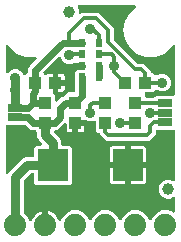
<source format=gbr>
G04 EAGLE Gerber RS-274X export*
G75*
%MOMM*%
%FSLAX34Y34*%
%LPD*%
%INTop Copper*%
%IPPOS*%
%AMOC8*
5,1,8,0,0,1.08239X$1,22.5*%
G01*
%ADD10R,0.600000X0.720000*%
%ADD11C,1.879600*%
%ADD12R,1.100000X1.000000*%
%ADD13R,1.000000X1.100000*%
%ADD14R,1.270000X0.635000*%
%ADD15C,1.000000*%
%ADD16R,2.550000X2.700000*%
%ADD17C,0.889000*%
%ADD18C,0.558800*%
%ADD19C,0.762000*%
%ADD20C,0.304800*%

G36*
X39488Y12716D02*
X39488Y12716D01*
X39607Y12723D01*
X39645Y12736D01*
X39685Y12741D01*
X39796Y12785D01*
X39909Y12821D01*
X39944Y12843D01*
X39981Y12858D01*
X40077Y12928D01*
X40178Y12991D01*
X40206Y13021D01*
X40239Y13045D01*
X40314Y13136D01*
X40396Y13223D01*
X40416Y13258D01*
X40441Y13290D01*
X40492Y13397D01*
X40550Y13502D01*
X40560Y13541D01*
X40577Y13577D01*
X40599Y13694D01*
X40629Y13809D01*
X40633Y13870D01*
X40637Y13890D01*
X40635Y13910D01*
X40639Y13970D01*
X40639Y24385D01*
X40896Y24345D01*
X42683Y23764D01*
X44357Y22911D01*
X45878Y21806D01*
X47206Y20478D01*
X48311Y18957D01*
X49164Y17283D01*
X49315Y16818D01*
X49328Y16791D01*
X49335Y16762D01*
X49395Y16648D01*
X49450Y16530D01*
X49469Y16507D01*
X49483Y16481D01*
X49570Y16385D01*
X49653Y16285D01*
X49677Y16268D01*
X49697Y16246D01*
X49806Y16174D01*
X49910Y16098D01*
X49938Y16087D01*
X49963Y16071D01*
X50086Y16029D01*
X50206Y15981D01*
X50236Y15977D01*
X50264Y15968D01*
X50393Y15957D01*
X50521Y15941D01*
X50551Y15945D01*
X50581Y15942D01*
X50709Y15965D01*
X50837Y15981D01*
X50865Y15992D01*
X50894Y15997D01*
X51012Y16050D01*
X51133Y16098D01*
X51157Y16115D01*
X51184Y16127D01*
X51285Y16208D01*
X51390Y16284D01*
X51409Y16307D01*
X51433Y16326D01*
X51511Y16430D01*
X51593Y16529D01*
X51606Y16556D01*
X51624Y16580D01*
X51695Y16725D01*
X52948Y19750D01*
X56450Y23252D01*
X61024Y25147D01*
X65976Y25147D01*
X70550Y23252D01*
X74052Y19750D01*
X75027Y17395D01*
X75096Y17275D01*
X75161Y17152D01*
X75175Y17137D01*
X75185Y17119D01*
X75282Y17019D01*
X75375Y16916D01*
X75392Y16905D01*
X75406Y16891D01*
X75524Y16818D01*
X75641Y16742D01*
X75660Y16735D01*
X75677Y16724D01*
X75810Y16684D01*
X75942Y16638D01*
X75962Y16637D01*
X75981Y16631D01*
X76120Y16624D01*
X76259Y16613D01*
X76279Y16617D01*
X76299Y16616D01*
X76435Y16644D01*
X76572Y16668D01*
X76591Y16676D01*
X76610Y16680D01*
X76735Y16741D01*
X76862Y16798D01*
X76878Y16811D01*
X76896Y16820D01*
X77002Y16910D01*
X77110Y16997D01*
X77123Y17013D01*
X77138Y17026D01*
X77218Y17140D01*
X77302Y17251D01*
X77314Y17276D01*
X77321Y17286D01*
X77328Y17305D01*
X77373Y17395D01*
X78348Y19750D01*
X81850Y23252D01*
X86424Y25147D01*
X91376Y25147D01*
X95950Y23252D01*
X99452Y19750D01*
X100427Y17395D01*
X100496Y17275D01*
X100561Y17152D01*
X100575Y17137D01*
X100585Y17119D01*
X100682Y17019D01*
X100775Y16916D01*
X100792Y16905D01*
X100806Y16891D01*
X100924Y16818D01*
X101041Y16742D01*
X101060Y16735D01*
X101077Y16724D01*
X101210Y16684D01*
X101342Y16638D01*
X101362Y16637D01*
X101381Y16631D01*
X101520Y16624D01*
X101659Y16613D01*
X101679Y16617D01*
X101699Y16616D01*
X101835Y16644D01*
X101972Y16668D01*
X101991Y16676D01*
X102010Y16680D01*
X102135Y16741D01*
X102262Y16798D01*
X102278Y16811D01*
X102296Y16820D01*
X102402Y16910D01*
X102510Y16997D01*
X102523Y17013D01*
X102538Y17026D01*
X102618Y17140D01*
X102702Y17251D01*
X102714Y17276D01*
X102721Y17286D01*
X102728Y17305D01*
X102773Y17395D01*
X103748Y19750D01*
X107250Y23252D01*
X111824Y25147D01*
X116776Y25147D01*
X121350Y23252D01*
X124852Y19750D01*
X125827Y17395D01*
X125896Y17275D01*
X125961Y17152D01*
X125975Y17137D01*
X125985Y17119D01*
X126082Y17019D01*
X126175Y16916D01*
X126192Y16905D01*
X126206Y16891D01*
X126324Y16818D01*
X126441Y16742D01*
X126460Y16735D01*
X126477Y16724D01*
X126610Y16684D01*
X126742Y16638D01*
X126762Y16637D01*
X126781Y16631D01*
X126920Y16624D01*
X127059Y16613D01*
X127079Y16617D01*
X127099Y16616D01*
X127235Y16644D01*
X127372Y16668D01*
X127391Y16676D01*
X127410Y16680D01*
X127535Y16741D01*
X127662Y16798D01*
X127678Y16811D01*
X127696Y16820D01*
X127802Y16910D01*
X127910Y16997D01*
X127923Y17013D01*
X127938Y17026D01*
X128018Y17140D01*
X128102Y17251D01*
X128114Y17276D01*
X128121Y17286D01*
X128128Y17305D01*
X128173Y17395D01*
X129148Y19750D01*
X132650Y23252D01*
X137224Y25147D01*
X142176Y25147D01*
X146326Y23428D01*
X146374Y23414D01*
X146419Y23393D01*
X146527Y23373D01*
X146633Y23344D01*
X146683Y23343D01*
X146732Y23333D01*
X146841Y23340D01*
X146951Y23339D01*
X146999Y23350D01*
X147049Y23353D01*
X147153Y23387D01*
X147260Y23413D01*
X147304Y23436D01*
X147351Y23451D01*
X147444Y23510D01*
X147541Y23561D01*
X147578Y23595D01*
X147620Y23621D01*
X147695Y23702D01*
X147777Y23775D01*
X147804Y23817D01*
X147838Y23853D01*
X147891Y23949D01*
X147951Y24041D01*
X147968Y24088D01*
X147992Y24132D01*
X148019Y24238D01*
X148055Y24342D01*
X148059Y24391D01*
X148071Y24439D01*
X148081Y24600D01*
X148081Y34988D01*
X148075Y35037D01*
X148077Y35087D01*
X148055Y35195D01*
X148041Y35304D01*
X148023Y35350D01*
X148013Y35398D01*
X147965Y35497D01*
X147924Y35599D01*
X147895Y35639D01*
X147873Y35684D01*
X147802Y35768D01*
X147738Y35857D01*
X147699Y35888D01*
X147667Y35926D01*
X147577Y35989D01*
X147493Y36059D01*
X147448Y36081D01*
X147407Y36109D01*
X147304Y36148D01*
X147205Y36195D01*
X147156Y36204D01*
X147110Y36222D01*
X147000Y36234D01*
X146893Y36255D01*
X146843Y36252D01*
X146794Y36257D01*
X146685Y36242D01*
X146575Y36235D01*
X146528Y36220D01*
X146479Y36213D01*
X146326Y36161D01*
X143841Y35131D01*
X140639Y35131D01*
X137681Y36357D01*
X135417Y38621D01*
X134191Y41579D01*
X134191Y44781D01*
X135417Y47739D01*
X137681Y50003D01*
X140639Y51229D01*
X143841Y51229D01*
X146326Y50199D01*
X146374Y50186D01*
X146419Y50165D01*
X146527Y50144D01*
X146633Y50115D01*
X146683Y50115D01*
X146732Y50105D01*
X146841Y50112D01*
X146951Y50110D01*
X146999Y50122D01*
X147049Y50125D01*
X147153Y50159D01*
X147260Y50184D01*
X147304Y50208D01*
X147351Y50223D01*
X147444Y50282D01*
X147541Y50333D01*
X147578Y50367D01*
X147620Y50393D01*
X147695Y50473D01*
X147777Y50547D01*
X147804Y50589D01*
X147838Y50625D01*
X147891Y50721D01*
X147951Y50813D01*
X147968Y50860D01*
X147992Y50903D01*
X148019Y51010D01*
X148055Y51114D01*
X148059Y51163D01*
X148071Y51211D01*
X148081Y51372D01*
X148081Y92329D01*
X148066Y92447D01*
X148059Y92566D01*
X148046Y92604D01*
X148041Y92645D01*
X147998Y92755D01*
X147961Y92868D01*
X147939Y92903D01*
X147924Y92940D01*
X147855Y93036D01*
X147791Y93137D01*
X147761Y93165D01*
X147738Y93198D01*
X147646Y93274D01*
X147559Y93355D01*
X147524Y93375D01*
X147493Y93400D01*
X147385Y93451D01*
X147281Y93509D01*
X147241Y93519D01*
X147205Y93536D01*
X147088Y93558D01*
X146973Y93588D01*
X146913Y93592D01*
X146893Y93596D01*
X146872Y93594D01*
X146812Y93598D01*
X132842Y93598D01*
X132724Y93583D01*
X132605Y93576D01*
X132567Y93563D01*
X132526Y93558D01*
X132416Y93515D01*
X132303Y93478D01*
X132268Y93456D01*
X132231Y93441D01*
X132135Y93372D01*
X132034Y93308D01*
X132006Y93278D01*
X131973Y93255D01*
X131897Y93163D01*
X131816Y93076D01*
X131796Y93041D01*
X131771Y93010D01*
X131720Y92902D01*
X131662Y92798D01*
X131652Y92758D01*
X131635Y92722D01*
X131613Y92605D01*
X131583Y92490D01*
X131579Y92430D01*
X131575Y92410D01*
X131577Y92389D01*
X131573Y92329D01*
X131573Y89546D01*
X126354Y84327D01*
X89546Y84327D01*
X84327Y89546D01*
X84327Y89632D01*
X84312Y89750D01*
X84305Y89869D01*
X84292Y89907D01*
X84287Y89948D01*
X84244Y90058D01*
X84207Y90171D01*
X84185Y90206D01*
X84170Y90243D01*
X84101Y90339D01*
X84037Y90440D01*
X84007Y90468D01*
X83984Y90501D01*
X83892Y90577D01*
X83805Y90658D01*
X83770Y90678D01*
X83739Y90703D01*
X83631Y90754D01*
X83527Y90812D01*
X83487Y90822D01*
X83451Y90839D01*
X83334Y90861D01*
X83219Y90891D01*
X83159Y90895D01*
X83139Y90899D01*
X83118Y90897D01*
X83058Y90901D01*
X82637Y90901D01*
X80851Y92687D01*
X80851Y99866D01*
X80845Y99915D01*
X80847Y99965D01*
X80825Y100072D01*
X80811Y100181D01*
X80793Y100228D01*
X80783Y100276D01*
X80735Y100375D01*
X80694Y100477D01*
X80665Y100517D01*
X80643Y100562D01*
X80572Y100646D01*
X80508Y100734D01*
X80469Y100766D01*
X80437Y100804D01*
X80347Y100867D01*
X80263Y100937D01*
X80218Y100958D01*
X80177Y100987D01*
X80074Y101026D01*
X79975Y101073D01*
X79926Y101082D01*
X79880Y101100D01*
X79770Y101112D01*
X79663Y101133D01*
X79613Y101129D01*
X79564Y101135D01*
X79455Y101120D01*
X79345Y101113D01*
X79298Y101098D01*
X79249Y101091D01*
X79096Y101039D01*
X77691Y100456D01*
X74709Y100456D01*
X71943Y101602D01*
X71896Y101638D01*
X71824Y101706D01*
X71771Y101735D01*
X71723Y101772D01*
X71633Y101812D01*
X71546Y101860D01*
X71487Y101875D01*
X71432Y101899D01*
X71334Y101914D01*
X71238Y101939D01*
X71138Y101945D01*
X71118Y101949D01*
X71105Y101947D01*
X71077Y101949D01*
X64730Y101949D01*
X64612Y101934D01*
X64493Y101927D01*
X64455Y101914D01*
X64415Y101909D01*
X64304Y101866D01*
X64191Y101829D01*
X64157Y101807D01*
X64119Y101792D01*
X64023Y101723D01*
X63922Y101659D01*
X63894Y101629D01*
X63862Y101606D01*
X63786Y101514D01*
X63704Y101427D01*
X63685Y101392D01*
X63659Y101361D01*
X63608Y101253D01*
X63551Y101149D01*
X63541Y101109D01*
X63523Y101073D01*
X63501Y100956D01*
X63471Y100841D01*
X63467Y100781D01*
X63464Y100761D01*
X63465Y100740D01*
X63461Y100680D01*
X63461Y99489D01*
X62270Y99489D01*
X62152Y99474D01*
X62033Y99467D01*
X61995Y99454D01*
X61954Y99449D01*
X61844Y99405D01*
X61731Y99369D01*
X61696Y99347D01*
X61659Y99332D01*
X61562Y99262D01*
X61462Y99199D01*
X61434Y99169D01*
X61401Y99145D01*
X61325Y99054D01*
X61244Y98967D01*
X61224Y98932D01*
X61199Y98900D01*
X61148Y98793D01*
X61090Y98688D01*
X61080Y98649D01*
X61063Y98613D01*
X61041Y98496D01*
X61011Y98380D01*
X61007Y98320D01*
X61003Y98300D01*
X61005Y98280D01*
X61001Y98220D01*
X61001Y91409D01*
X58166Y91409D01*
X57519Y91582D01*
X56940Y91917D01*
X56467Y92390D01*
X56132Y92969D01*
X55959Y93616D01*
X55959Y97972D01*
X55942Y98110D01*
X55929Y98249D01*
X55922Y98268D01*
X55919Y98288D01*
X55868Y98417D01*
X55821Y98548D01*
X55810Y98565D01*
X55802Y98583D01*
X55721Y98696D01*
X55643Y98811D01*
X55627Y98824D01*
X55616Y98841D01*
X55508Y98929D01*
X55404Y99021D01*
X55386Y99031D01*
X55371Y99044D01*
X55245Y99103D01*
X55121Y99166D01*
X55101Y99170D01*
X55083Y99179D01*
X54947Y99205D01*
X54811Y99236D01*
X54790Y99235D01*
X54771Y99239D01*
X54632Y99230D01*
X54493Y99226D01*
X54473Y99220D01*
X54453Y99219D01*
X54321Y99176D01*
X54187Y99138D01*
X54170Y99127D01*
X54151Y99121D01*
X54033Y99046D01*
X53913Y98976D01*
X53892Y98958D01*
X53882Y98951D01*
X53868Y98936D01*
X53793Y98870D01*
X49420Y94497D01*
X47225Y93588D01*
X47181Y93585D01*
X47143Y93572D01*
X47102Y93567D01*
X46992Y93524D01*
X46879Y93487D01*
X46844Y93465D01*
X46807Y93450D01*
X46711Y93381D01*
X46610Y93317D01*
X46582Y93287D01*
X46549Y93264D01*
X46473Y93172D01*
X46392Y93085D01*
X46372Y93050D01*
X46347Y93019D01*
X46296Y92911D01*
X46238Y92807D01*
X46228Y92767D01*
X46228Y92766D01*
X45978Y92517D01*
X45905Y92422D01*
X45826Y92333D01*
X45808Y92297D01*
X45783Y92265D01*
X45736Y92156D01*
X45682Y92050D01*
X45673Y92011D01*
X45657Y91973D01*
X45638Y91856D01*
X45612Y91740D01*
X45613Y91699D01*
X45607Y91659D01*
X45618Y91541D01*
X45622Y91422D01*
X45633Y91383D01*
X45637Y91343D01*
X45677Y91231D01*
X45710Y91116D01*
X45731Y91082D01*
X45744Y91043D01*
X45811Y90945D01*
X45872Y90842D01*
X45912Y90797D01*
X45923Y90780D01*
X45938Y90767D01*
X45978Y90722D01*
X50315Y86385D01*
X51359Y83864D01*
X51359Y81318D01*
X51374Y81200D01*
X51381Y81081D01*
X51394Y81043D01*
X51399Y81002D01*
X51442Y80892D01*
X51479Y80779D01*
X51501Y80744D01*
X51516Y80707D01*
X51585Y80611D01*
X51649Y80510D01*
X51679Y80482D01*
X51702Y80449D01*
X51794Y80373D01*
X51881Y80292D01*
X51916Y80272D01*
X51947Y80247D01*
X52055Y80196D01*
X52159Y80138D01*
X52199Y80128D01*
X52235Y80111D01*
X52352Y80089D01*
X52467Y80059D01*
X52527Y80055D01*
X52547Y80051D01*
X52568Y80053D01*
X52628Y80049D01*
X58513Y80049D01*
X60299Y78263D01*
X60299Y48737D01*
X58513Y46951D01*
X30487Y46951D01*
X28701Y48737D01*
X28701Y55372D01*
X28686Y55490D01*
X28679Y55609D01*
X28666Y55647D01*
X28661Y55688D01*
X28618Y55798D01*
X28581Y55911D01*
X28559Y55946D01*
X28544Y55983D01*
X28475Y56079D01*
X28411Y56180D01*
X28381Y56208D01*
X28358Y56241D01*
X28266Y56317D01*
X28179Y56398D01*
X28144Y56418D01*
X28113Y56443D01*
X28005Y56494D01*
X27901Y56552D01*
X27861Y56562D01*
X27825Y56579D01*
X27708Y56601D01*
X27593Y56631D01*
X27533Y56635D01*
X27513Y56639D01*
X27492Y56637D01*
X27432Y56641D01*
X26227Y56641D01*
X26129Y56629D01*
X26030Y56626D01*
X25971Y56609D01*
X25911Y56601D01*
X25819Y56565D01*
X25724Y56537D01*
X25672Y56507D01*
X25616Y56484D01*
X25535Y56426D01*
X25450Y56376D01*
X25375Y56310D01*
X25358Y56298D01*
X25350Y56288D01*
X25329Y56270D01*
X19930Y50871D01*
X19870Y50792D01*
X19802Y50720D01*
X19773Y50667D01*
X19736Y50619D01*
X19696Y50529D01*
X19648Y50442D01*
X19633Y50383D01*
X19609Y50328D01*
X19594Y50230D01*
X19569Y50134D01*
X19563Y50034D01*
X19559Y50014D01*
X19561Y50001D01*
X19559Y49973D01*
X19559Y23969D01*
X19571Y23871D01*
X19574Y23772D01*
X19591Y23714D01*
X19599Y23654D01*
X19635Y23562D01*
X19663Y23467D01*
X19693Y23414D01*
X19716Y23358D01*
X19774Y23278D01*
X19824Y23193D01*
X19890Y23117D01*
X19902Y23101D01*
X19912Y23093D01*
X19930Y23072D01*
X23252Y19750D01*
X24505Y16725D01*
X24520Y16699D01*
X24529Y16670D01*
X24599Y16561D01*
X24663Y16448D01*
X24684Y16427D01*
X24700Y16402D01*
X24794Y16313D01*
X24884Y16220D01*
X24910Y16204D01*
X24931Y16184D01*
X25045Y16121D01*
X25155Y16054D01*
X25184Y16045D01*
X25210Y16031D01*
X25335Y15998D01*
X25459Y15960D01*
X25489Y15959D01*
X25518Y15951D01*
X25648Y15951D01*
X25777Y15945D01*
X25806Y15951D01*
X25836Y15951D01*
X25961Y15983D01*
X26088Y16009D01*
X26115Y16022D01*
X26144Y16030D01*
X26257Y16092D01*
X26374Y16149D01*
X26397Y16168D01*
X26423Y16183D01*
X26517Y16271D01*
X26616Y16355D01*
X26633Y16380D01*
X26655Y16400D01*
X26724Y16509D01*
X26799Y16615D01*
X26810Y16643D01*
X26826Y16669D01*
X26885Y16818D01*
X27036Y17283D01*
X27889Y18957D01*
X28994Y20478D01*
X30322Y21806D01*
X31843Y22911D01*
X33517Y23764D01*
X35304Y24345D01*
X35561Y24385D01*
X35561Y13970D01*
X35576Y13852D01*
X35583Y13733D01*
X35596Y13695D01*
X35601Y13655D01*
X35644Y13544D01*
X35681Y13431D01*
X35703Y13397D01*
X35718Y13359D01*
X35788Y13263D01*
X35851Y13162D01*
X35881Y13134D01*
X35904Y13102D01*
X35996Y13026D01*
X36083Y12944D01*
X36118Y12925D01*
X36149Y12899D01*
X36257Y12848D01*
X36361Y12791D01*
X36401Y12780D01*
X36437Y12763D01*
X36554Y12741D01*
X36669Y12711D01*
X36730Y12707D01*
X36750Y12703D01*
X36770Y12705D01*
X36830Y12701D01*
X39370Y12701D01*
X39488Y12716D01*
G37*
G36*
X130009Y120663D02*
X130009Y120663D01*
X130108Y120666D01*
X130166Y120683D01*
X130226Y120691D01*
X130318Y120727D01*
X130413Y120755D01*
X130465Y120785D01*
X130522Y120808D01*
X130602Y120866D01*
X130687Y120916D01*
X130762Y120982D01*
X130779Y120994D01*
X130787Y121004D01*
X130808Y121022D01*
X132087Y122302D01*
X146812Y122302D01*
X146930Y122317D01*
X147049Y122324D01*
X147087Y122337D01*
X147128Y122342D01*
X147238Y122385D01*
X147351Y122422D01*
X147386Y122444D01*
X147423Y122459D01*
X147519Y122528D01*
X147620Y122592D01*
X147648Y122622D01*
X147681Y122645D01*
X147757Y122737D01*
X147838Y122824D01*
X147858Y122859D01*
X147883Y122890D01*
X147934Y122998D01*
X147992Y123102D01*
X148002Y123142D01*
X148019Y123178D01*
X148041Y123295D01*
X148071Y123410D01*
X148075Y123470D01*
X148079Y123490D01*
X148077Y123511D01*
X148081Y123571D01*
X148081Y164363D01*
X148063Y164508D01*
X148048Y164653D01*
X148043Y164666D01*
X148041Y164679D01*
X147988Y164814D01*
X147937Y164951D01*
X147929Y164962D01*
X147924Y164975D01*
X147839Y165092D01*
X147756Y165212D01*
X147745Y165221D01*
X147738Y165232D01*
X147626Y165325D01*
X147515Y165420D01*
X147503Y165426D01*
X147493Y165435D01*
X147361Y165497D01*
X147230Y165562D01*
X147217Y165565D01*
X147205Y165570D01*
X147063Y165598D01*
X146919Y165628D01*
X146906Y165628D01*
X146893Y165630D01*
X146748Y165621D01*
X146602Y165615D01*
X146588Y165611D01*
X146575Y165610D01*
X146437Y165566D01*
X146297Y165524D01*
X146285Y165517D01*
X146273Y165512D01*
X146150Y165435D01*
X146025Y165359D01*
X146015Y165349D01*
X146004Y165342D01*
X145904Y165236D01*
X145802Y165132D01*
X145792Y165117D01*
X145786Y165111D01*
X145778Y165096D01*
X145713Y164998D01*
X144585Y163044D01*
X138478Y157920D01*
X130986Y155193D01*
X123014Y155193D01*
X115522Y157920D01*
X109415Y163044D01*
X105429Y169949D01*
X104045Y177800D01*
X105429Y185651D01*
X109415Y192555D01*
X114282Y196640D01*
X114306Y196666D01*
X114335Y196686D01*
X114414Y196782D01*
X114499Y196873D01*
X114515Y196904D01*
X114538Y196931D01*
X114591Y197044D01*
X114650Y197153D01*
X114658Y197187D01*
X114674Y197219D01*
X114697Y197341D01*
X114727Y197461D01*
X114727Y197497D01*
X114733Y197532D01*
X114726Y197655D01*
X114725Y197779D01*
X114716Y197814D01*
X114714Y197849D01*
X114675Y197967D01*
X114644Y198087D01*
X114626Y198118D01*
X114616Y198151D01*
X114549Y198256D01*
X114489Y198365D01*
X114464Y198390D01*
X114445Y198420D01*
X114355Y198505D01*
X114270Y198595D01*
X114240Y198614D01*
X114214Y198638D01*
X114105Y198698D01*
X114000Y198764D01*
X113966Y198775D01*
X113935Y198792D01*
X113815Y198823D01*
X113697Y198860D01*
X113662Y198862D01*
X113627Y198871D01*
X113467Y198881D01*
X66612Y198881D01*
X66563Y198875D01*
X66513Y198877D01*
X66405Y198855D01*
X66296Y198841D01*
X66250Y198823D01*
X66202Y198813D01*
X66103Y198765D01*
X66001Y198724D01*
X65961Y198695D01*
X65916Y198673D01*
X65832Y198602D01*
X65743Y198538D01*
X65712Y198499D01*
X65674Y198467D01*
X65611Y198377D01*
X65541Y198293D01*
X65519Y198248D01*
X65491Y198207D01*
X65452Y198104D01*
X65405Y198005D01*
X65396Y197956D01*
X65378Y197910D01*
X65366Y197800D01*
X65345Y197693D01*
X65348Y197643D01*
X65343Y197594D01*
X65358Y197485D01*
X65365Y197375D01*
X65380Y197328D01*
X65387Y197279D01*
X65439Y197126D01*
X66469Y194641D01*
X66469Y192840D01*
X66486Y192702D01*
X66499Y192563D01*
X66506Y192544D01*
X66509Y192524D01*
X66560Y192395D01*
X66607Y192264D01*
X66618Y192247D01*
X66626Y192229D01*
X66707Y192116D01*
X66785Y192001D01*
X66801Y191988D01*
X66812Y191971D01*
X66920Y191882D01*
X67024Y191791D01*
X67042Y191781D01*
X67057Y191768D01*
X67183Y191709D01*
X67307Y191646D01*
X67327Y191641D01*
X67345Y191633D01*
X67482Y191607D01*
X67617Y191576D01*
X67638Y191577D01*
X67657Y191573D01*
X67796Y191582D01*
X67935Y191586D01*
X67955Y191592D01*
X67975Y191593D01*
X68107Y191636D01*
X68241Y191674D01*
X68258Y191685D01*
X68277Y191691D01*
X68395Y191765D01*
X68515Y191836D01*
X68536Y191854D01*
X68546Y191861D01*
X68560Y191876D01*
X68635Y191942D01*
X69226Y192533D01*
X83174Y192533D01*
X96013Y179694D01*
X96013Y170060D01*
X96025Y169962D01*
X96028Y169863D01*
X96045Y169804D01*
X96053Y169744D01*
X96089Y169652D01*
X96117Y169557D01*
X96147Y169505D01*
X96170Y169449D01*
X96228Y169369D01*
X96278Y169283D01*
X96344Y169208D01*
X96356Y169191D01*
X96366Y169183D01*
X96384Y169162D01*
X115822Y149724D01*
X115901Y149664D01*
X115973Y149596D01*
X116026Y149567D01*
X116074Y149530D01*
X116165Y149490D01*
X116251Y149442D01*
X116310Y149427D01*
X116365Y149403D01*
X116463Y149388D01*
X116559Y149363D01*
X116659Y149357D01*
X116680Y149353D01*
X116692Y149355D01*
X116720Y149353D01*
X121274Y149353D01*
X127373Y143254D01*
X127373Y142668D01*
X127388Y142550D01*
X127395Y142431D01*
X127408Y142393D01*
X127413Y142352D01*
X127456Y142242D01*
X127493Y142129D01*
X127515Y142094D01*
X127530Y142057D01*
X127599Y141961D01*
X127663Y141860D01*
X127693Y141832D01*
X127716Y141799D01*
X127808Y141723D01*
X127895Y141642D01*
X127930Y141622D01*
X127961Y141597D01*
X128069Y141546D01*
X128173Y141488D01*
X128213Y141478D01*
X128249Y141461D01*
X128366Y141439D01*
X128481Y141409D01*
X128541Y141405D01*
X128561Y141401D01*
X128582Y141403D01*
X128642Y141399D01*
X129563Y141399D01*
X131189Y139772D01*
X131284Y139699D01*
X131373Y139620D01*
X131409Y139602D01*
X131441Y139577D01*
X131550Y139530D01*
X131656Y139476D01*
X131695Y139467D01*
X131733Y139451D01*
X131850Y139432D01*
X131966Y139406D01*
X132007Y139407D01*
X132047Y139401D01*
X132165Y139412D01*
X132284Y139416D01*
X132323Y139427D01*
X132363Y139431D01*
X132475Y139471D01*
X132590Y139504D01*
X132625Y139525D01*
X132663Y139538D01*
X132761Y139605D01*
X132864Y139666D01*
X132898Y139696D01*
X135669Y140844D01*
X138651Y140844D01*
X141405Y139703D01*
X143513Y137595D01*
X144654Y134841D01*
X144654Y131859D01*
X143513Y129105D01*
X141405Y126997D01*
X138651Y125856D01*
X135669Y125856D01*
X132876Y127013D01*
X132801Y127080D01*
X132765Y127098D01*
X132733Y127123D01*
X132624Y127170D01*
X132518Y127224D01*
X132478Y127233D01*
X132441Y127249D01*
X132324Y127268D01*
X132208Y127294D01*
X132167Y127293D01*
X132127Y127299D01*
X132009Y127288D01*
X131890Y127284D01*
X131851Y127273D01*
X131811Y127269D01*
X131698Y127229D01*
X131584Y127196D01*
X131550Y127175D01*
X131511Y127162D01*
X131413Y127095D01*
X131310Y127034D01*
X131265Y126995D01*
X131248Y126983D01*
X131235Y126968D01*
X131189Y126928D01*
X129563Y125301D01*
X123325Y125301D01*
X123187Y125284D01*
X123048Y125271D01*
X123029Y125264D01*
X123009Y125261D01*
X122880Y125210D01*
X122749Y125163D01*
X122732Y125152D01*
X122713Y125144D01*
X122601Y125063D01*
X122486Y124985D01*
X122472Y124969D01*
X122456Y124958D01*
X122367Y124850D01*
X122275Y124746D01*
X122266Y124728D01*
X122253Y124713D01*
X122194Y124587D01*
X122131Y124463D01*
X122126Y124443D01*
X122118Y124425D01*
X122092Y124289D01*
X122061Y124153D01*
X122062Y124132D01*
X122058Y124113D01*
X122066Y123974D01*
X122071Y123835D01*
X122076Y123815D01*
X122078Y123795D01*
X122121Y123663D01*
X122159Y123529D01*
X122169Y123512D01*
X122176Y123493D01*
X122250Y123375D01*
X122321Y123255D01*
X122339Y123234D01*
X122346Y123224D01*
X122349Y123221D01*
X122349Y121920D01*
X122364Y121802D01*
X122371Y121683D01*
X122384Y121645D01*
X122389Y121604D01*
X122432Y121494D01*
X122469Y121381D01*
X122491Y121346D01*
X122506Y121309D01*
X122575Y121213D01*
X122639Y121112D01*
X122669Y121084D01*
X122692Y121051D01*
X122784Y120975D01*
X122871Y120894D01*
X122906Y120874D01*
X122937Y120849D01*
X123045Y120798D01*
X123149Y120740D01*
X123189Y120730D01*
X123225Y120713D01*
X123342Y120691D01*
X123457Y120661D01*
X123517Y120657D01*
X123537Y120653D01*
X123558Y120655D01*
X123618Y120651D01*
X129910Y120651D01*
X130009Y120663D01*
G37*
G36*
X5735Y56157D02*
X5735Y56157D01*
X5825Y56163D01*
X5891Y56184D01*
X5960Y56196D01*
X6042Y56233D01*
X6127Y56261D01*
X6186Y56298D01*
X6250Y56327D01*
X6320Y56383D01*
X6396Y56431D01*
X6444Y56482D01*
X6498Y56525D01*
X6553Y56597D01*
X6614Y56662D01*
X6648Y56723D01*
X6690Y56779D01*
X6761Y56924D01*
X6885Y57225D01*
X18975Y69315D01*
X21496Y70359D01*
X27432Y70359D01*
X27550Y70374D01*
X27669Y70381D01*
X27707Y70394D01*
X27748Y70399D01*
X27858Y70442D01*
X27971Y70479D01*
X28006Y70501D01*
X28043Y70516D01*
X28139Y70585D01*
X28240Y70649D01*
X28268Y70679D01*
X28301Y70702D01*
X28377Y70794D01*
X28458Y70881D01*
X28478Y70916D01*
X28503Y70947D01*
X28554Y71055D01*
X28612Y71159D01*
X28622Y71199D01*
X28639Y71235D01*
X28661Y71352D01*
X28691Y71467D01*
X28695Y71527D01*
X28699Y71547D01*
X28697Y71568D01*
X28701Y71628D01*
X28701Y78263D01*
X30487Y80049D01*
X34187Y80049D01*
X34325Y80066D01*
X34464Y80079D01*
X34483Y80086D01*
X34503Y80089D01*
X34632Y80140D01*
X34763Y80187D01*
X34780Y80198D01*
X34799Y80206D01*
X34911Y80287D01*
X35026Y80365D01*
X35039Y80381D01*
X35056Y80392D01*
X35145Y80500D01*
X35237Y80604D01*
X35246Y80622D01*
X35259Y80637D01*
X35318Y80763D01*
X35381Y80887D01*
X35386Y80907D01*
X35394Y80925D01*
X35420Y81061D01*
X35451Y81197D01*
X35450Y81218D01*
X35454Y81237D01*
X35445Y81376D01*
X35441Y81515D01*
X35436Y81535D01*
X35434Y81555D01*
X35391Y81687D01*
X35353Y81821D01*
X35342Y81838D01*
X35336Y81857D01*
X35262Y81975D01*
X35191Y82095D01*
X35173Y82116D01*
X35166Y82126D01*
X35151Y82140D01*
X35085Y82215D01*
X32285Y85015D01*
X31241Y87536D01*
X31241Y90971D01*
X31229Y91070D01*
X31226Y91169D01*
X31209Y91227D01*
X31201Y91287D01*
X31165Y91379D01*
X31137Y91474D01*
X31107Y91526D01*
X31084Y91583D01*
X31026Y91663D01*
X30976Y91748D01*
X30910Y91823D01*
X30898Y91840D01*
X30888Y91848D01*
X30870Y91869D01*
X29964Y92774D01*
X29931Y92877D01*
X29909Y92912D01*
X29894Y92949D01*
X29825Y93045D01*
X29761Y93146D01*
X29731Y93174D01*
X29708Y93207D01*
X29616Y93283D01*
X29529Y93364D01*
X29494Y93384D01*
X29463Y93409D01*
X29355Y93460D01*
X29251Y93518D01*
X29211Y93528D01*
X29175Y93545D01*
X29058Y93567D01*
X28943Y93597D01*
X28883Y93601D01*
X28863Y93605D01*
X28842Y93603D01*
X28782Y93607D01*
X26388Y93607D01*
X24240Y94497D01*
X21502Y97236D01*
X21423Y97296D01*
X21351Y97364D01*
X21298Y97393D01*
X21250Y97430D01*
X21159Y97470D01*
X21073Y97518D01*
X21014Y97533D01*
X20958Y97557D01*
X20861Y97572D01*
X20765Y97597D01*
X20665Y97603D01*
X20644Y97607D01*
X20632Y97605D01*
X20604Y97607D01*
X5588Y97607D01*
X5470Y97592D01*
X5351Y97585D01*
X5313Y97572D01*
X5272Y97567D01*
X5162Y97524D01*
X5049Y97487D01*
X5014Y97465D01*
X4977Y97450D01*
X4881Y97381D01*
X4780Y97317D01*
X4752Y97287D01*
X4719Y97264D01*
X4643Y97172D01*
X4562Y97085D01*
X4542Y97050D01*
X4517Y97019D01*
X4466Y96911D01*
X4408Y96807D01*
X4398Y96767D01*
X4381Y96731D01*
X4359Y96614D01*
X4329Y96499D01*
X4325Y96439D01*
X4321Y96419D01*
X4323Y96398D01*
X4319Y96338D01*
X4319Y57409D01*
X4327Y57340D01*
X4326Y57270D01*
X4347Y57183D01*
X4359Y57094D01*
X4384Y57029D01*
X4401Y56961D01*
X4443Y56882D01*
X4476Y56798D01*
X4517Y56742D01*
X4549Y56680D01*
X4610Y56614D01*
X4662Y56541D01*
X4716Y56496D01*
X4763Y56445D01*
X4838Y56395D01*
X4907Y56338D01*
X4971Y56308D01*
X5029Y56270D01*
X5114Y56241D01*
X5195Y56203D01*
X5264Y56189D01*
X5330Y56167D01*
X5419Y56160D01*
X5507Y56143D01*
X5577Y56147D01*
X5647Y56142D01*
X5735Y56157D01*
G37*
G36*
X47476Y117178D02*
X47476Y117178D01*
X47615Y117182D01*
X47635Y117188D01*
X47655Y117189D01*
X47787Y117232D01*
X47921Y117270D01*
X47938Y117281D01*
X47957Y117287D01*
X48075Y117362D01*
X48195Y117432D01*
X48216Y117450D01*
X48226Y117457D01*
X48240Y117472D01*
X48315Y117538D01*
X52180Y121403D01*
X54375Y122312D01*
X54419Y122315D01*
X54457Y122328D01*
X54498Y122333D01*
X54608Y122376D01*
X54721Y122413D01*
X54756Y122435D01*
X54793Y122450D01*
X54889Y122519D01*
X54990Y122583D01*
X55018Y122613D01*
X55051Y122636D01*
X55126Y122728D01*
X55208Y122815D01*
X55228Y122850D01*
X55253Y122881D01*
X55304Y122989D01*
X55362Y123093D01*
X55372Y123133D01*
X55372Y123134D01*
X57237Y124999D01*
X62088Y124999D01*
X62206Y125014D01*
X62325Y125021D01*
X62363Y125034D01*
X62404Y125039D01*
X62514Y125082D01*
X62627Y125119D01*
X62662Y125141D01*
X62699Y125156D01*
X62795Y125225D01*
X62896Y125289D01*
X62924Y125319D01*
X62957Y125342D01*
X63033Y125434D01*
X63114Y125521D01*
X63134Y125556D01*
X63159Y125587D01*
X63210Y125695D01*
X63268Y125799D01*
X63278Y125839D01*
X63295Y125875D01*
X63317Y125992D01*
X63347Y126107D01*
X63351Y126167D01*
X63355Y126187D01*
X63353Y126208D01*
X63357Y126268D01*
X63357Y132255D01*
X63345Y132354D01*
X63342Y132453D01*
X63325Y132511D01*
X63317Y132571D01*
X63281Y132663D01*
X63253Y132758D01*
X63223Y132810D01*
X63200Y132867D01*
X63151Y132934D01*
X63151Y142713D01*
X63288Y142849D01*
X63348Y142927D01*
X63416Y142999D01*
X63445Y143052D01*
X63482Y143100D01*
X63522Y143191D01*
X63570Y143278D01*
X63585Y143337D01*
X63609Y143392D01*
X63624Y143490D01*
X63649Y143586D01*
X63655Y143686D01*
X63659Y143706D01*
X63657Y143719D01*
X63659Y143747D01*
X63659Y146051D01*
X68970Y146051D01*
X69088Y146066D01*
X69207Y146073D01*
X69245Y146085D01*
X69285Y146091D01*
X69396Y146134D01*
X69509Y146171D01*
X69543Y146193D01*
X69581Y146208D01*
X69677Y146277D01*
X69778Y146341D01*
X69806Y146371D01*
X69838Y146394D01*
X69914Y146486D01*
X69996Y146573D01*
X70015Y146608D01*
X70041Y146639D01*
X70092Y146747D01*
X70149Y146851D01*
X70159Y146891D01*
X70177Y146927D01*
X70199Y147044D01*
X70229Y147159D01*
X70233Y147219D01*
X70236Y147239D01*
X70235Y147260D01*
X70239Y147320D01*
X70239Y147780D01*
X70224Y147898D01*
X70217Y148017D01*
X70204Y148055D01*
X70199Y148096D01*
X70155Y148206D01*
X70119Y148319D01*
X70097Y148354D01*
X70082Y148391D01*
X70012Y148487D01*
X69949Y148588D01*
X69919Y148616D01*
X69895Y148649D01*
X69804Y148725D01*
X69717Y148806D01*
X69682Y148826D01*
X69650Y148851D01*
X69543Y148902D01*
X69438Y148960D01*
X69399Y148970D01*
X69363Y148987D01*
X69246Y149009D01*
X69130Y149039D01*
X69070Y149043D01*
X69050Y149047D01*
X69030Y149045D01*
X68970Y149049D01*
X63584Y149049D01*
X63543Y149132D01*
X63502Y149235D01*
X63473Y149275D01*
X63451Y149320D01*
X63380Y149403D01*
X63316Y149492D01*
X63277Y149524D01*
X63245Y149562D01*
X63155Y149625D01*
X63071Y149695D01*
X63026Y149716D01*
X62985Y149745D01*
X62882Y149784D01*
X62783Y149830D01*
X62734Y149840D01*
X62688Y149857D01*
X62578Y149870D01*
X62471Y149890D01*
X62421Y149887D01*
X62372Y149893D01*
X62263Y149877D01*
X62153Y149870D01*
X62106Y149855D01*
X62057Y149848D01*
X61904Y149796D01*
X59911Y148970D01*
X56929Y148970D01*
X54175Y150111D01*
X52067Y152219D01*
X51070Y154626D01*
X51046Y154669D01*
X51029Y154715D01*
X50967Y154807D01*
X50913Y154902D01*
X50878Y154937D01*
X50850Y154979D01*
X50768Y155052D01*
X50691Y155130D01*
X50649Y155156D01*
X50612Y155189D01*
X50514Y155239D01*
X50420Y155296D01*
X50373Y155311D01*
X50329Y155334D01*
X50221Y155358D01*
X50116Y155390D01*
X50067Y155392D01*
X50018Y155403D01*
X49908Y155400D01*
X49799Y155405D01*
X49750Y155395D01*
X49700Y155394D01*
X49595Y155363D01*
X49487Y155341D01*
X49443Y155319D01*
X49395Y155305D01*
X49300Y155250D01*
X49202Y155201D01*
X49164Y155169D01*
X49121Y155144D01*
X49000Y155037D01*
X36760Y142797D01*
X36687Y142703D01*
X36608Y142614D01*
X36590Y142578D01*
X36565Y142546D01*
X36517Y142436D01*
X36463Y142330D01*
X36455Y142291D01*
X36438Y142254D01*
X36420Y142136D01*
X36394Y142020D01*
X36395Y141980D01*
X36389Y141940D01*
X36400Y141821D01*
X36403Y141702D01*
X36415Y141663D01*
X36418Y141623D01*
X36459Y141511D01*
X36492Y141397D01*
X36512Y141362D01*
X36526Y141324D01*
X36593Y141225D01*
X36653Y141123D01*
X36693Y141077D01*
X36705Y141061D01*
X36720Y141047D01*
X36760Y141002D01*
X37562Y140200D01*
X37656Y140127D01*
X37745Y140048D01*
X37781Y140030D01*
X37813Y140005D01*
X37922Y139958D01*
X38028Y139903D01*
X38068Y139895D01*
X38105Y139879D01*
X38223Y139860D01*
X38339Y139834D01*
X38379Y139835D01*
X38419Y139829D01*
X38538Y139840D01*
X38656Y139843D01*
X38695Y139855D01*
X38736Y139859D01*
X38848Y139899D01*
X38962Y139932D01*
X38997Y139952D01*
X39035Y139966D01*
X39133Y140033D01*
X39236Y140093D01*
X39281Y140133D01*
X39298Y140145D01*
X39311Y140160D01*
X39357Y140200D01*
X39540Y140383D01*
X40119Y140718D01*
X40766Y140891D01*
X44101Y140891D01*
X44101Y134580D01*
X44116Y134462D01*
X44123Y134343D01*
X44135Y134305D01*
X44141Y134265D01*
X44184Y134154D01*
X44221Y134041D01*
X44243Y134007D01*
X44258Y133969D01*
X44327Y133873D01*
X44391Y133772D01*
X44421Y133744D01*
X44444Y133712D01*
X44536Y133636D01*
X44623Y133554D01*
X44658Y133535D01*
X44689Y133509D01*
X44797Y133458D01*
X44901Y133401D01*
X44941Y133391D01*
X44977Y133373D01*
X45084Y133353D01*
X45054Y133349D01*
X44944Y133305D01*
X44831Y133269D01*
X44796Y133247D01*
X44759Y133232D01*
X44662Y133162D01*
X44562Y133099D01*
X44534Y133069D01*
X44501Y133045D01*
X44425Y132954D01*
X44344Y132867D01*
X44324Y132832D01*
X44299Y132800D01*
X44248Y132693D01*
X44190Y132588D01*
X44180Y132549D01*
X44163Y132513D01*
X44141Y132396D01*
X44111Y132280D01*
X44107Y132220D01*
X44103Y132200D01*
X44105Y132180D01*
X44101Y132120D01*
X44101Y125787D01*
X44113Y125688D01*
X44116Y125589D01*
X44133Y125531D01*
X44141Y125471D01*
X44177Y125379D01*
X44205Y125284D01*
X44235Y125232D01*
X44258Y125175D01*
X44316Y125095D01*
X44366Y125010D01*
X44432Y124935D01*
X44444Y124918D01*
X44454Y124910D01*
X44472Y124889D01*
X46149Y123213D01*
X46149Y118436D01*
X46166Y118298D01*
X46179Y118159D01*
X46186Y118140D01*
X46189Y118120D01*
X46240Y117991D01*
X46287Y117860D01*
X46298Y117843D01*
X46306Y117825D01*
X46387Y117712D01*
X46465Y117597D01*
X46481Y117584D01*
X46492Y117567D01*
X46600Y117478D01*
X46704Y117387D01*
X46722Y117377D01*
X46737Y117364D01*
X46863Y117305D01*
X46987Y117242D01*
X47007Y117238D01*
X47025Y117229D01*
X47161Y117203D01*
X47297Y117172D01*
X47318Y117173D01*
X47337Y117169D01*
X47476Y117178D01*
G37*
G36*
X20756Y139710D02*
X20756Y139710D01*
X20806Y139711D01*
X20912Y139742D01*
X21019Y139764D01*
X21064Y139786D01*
X21111Y139800D01*
X21206Y139856D01*
X21305Y139904D01*
X21343Y139936D01*
X21385Y139961D01*
X21506Y140068D01*
X22924Y141486D01*
X23027Y141519D01*
X23062Y141541D01*
X23099Y141556D01*
X23195Y141625D01*
X23296Y141689D01*
X23324Y141719D01*
X23357Y141742D01*
X23433Y141834D01*
X23514Y141921D01*
X23534Y141956D01*
X23559Y141987D01*
X23610Y142095D01*
X23668Y142199D01*
X23678Y142239D01*
X23695Y142275D01*
X23717Y142392D01*
X23747Y142507D01*
X23751Y142567D01*
X23755Y142587D01*
X23753Y142608D01*
X23757Y142668D01*
X23757Y145062D01*
X24647Y147210D01*
X30464Y153027D01*
X30549Y153136D01*
X30638Y153243D01*
X30646Y153262D01*
X30659Y153278D01*
X30714Y153406D01*
X30773Y153531D01*
X30777Y153551D01*
X30785Y153570D01*
X30807Y153708D01*
X30833Y153844D01*
X30832Y153864D01*
X30835Y153884D01*
X30822Y154023D01*
X30813Y154161D01*
X30807Y154180D01*
X30805Y154200D01*
X30758Y154332D01*
X30715Y154463D01*
X30704Y154481D01*
X30697Y154500D01*
X30619Y154615D01*
X30545Y154732D01*
X30530Y154746D01*
X30519Y154763D01*
X30415Y154855D01*
X30313Y154950D01*
X30296Y154960D01*
X30280Y154973D01*
X30156Y155037D01*
X30035Y155104D01*
X30015Y155109D01*
X29997Y155118D01*
X29861Y155148D01*
X29727Y155183D01*
X29699Y155185D01*
X29687Y155188D01*
X29666Y155187D01*
X29566Y155193D01*
X21414Y155193D01*
X13922Y157920D01*
X7815Y163044D01*
X6687Y164998D01*
X6599Y165114D01*
X6514Y165232D01*
X6503Y165241D01*
X6495Y165251D01*
X6381Y165342D01*
X6269Y165435D01*
X6256Y165441D01*
X6246Y165449D01*
X6112Y165509D01*
X5981Y165570D01*
X5968Y165573D01*
X5955Y165578D01*
X5811Y165603D01*
X5668Y165630D01*
X5655Y165629D01*
X5642Y165632D01*
X5496Y165619D01*
X5351Y165610D01*
X5338Y165606D01*
X5325Y165605D01*
X5187Y165557D01*
X5049Y165512D01*
X5037Y165505D01*
X5024Y165501D01*
X4903Y165420D01*
X4780Y165342D01*
X4771Y165332D01*
X4759Y165325D01*
X4662Y165217D01*
X4562Y165111D01*
X4555Y165099D01*
X4546Y165089D01*
X4479Y164960D01*
X4408Y164832D01*
X4405Y164819D01*
X4399Y164807D01*
X4365Y164665D01*
X4329Y164524D01*
X4328Y164506D01*
X4326Y164498D01*
X4326Y164480D01*
X4319Y164363D01*
X4319Y142441D01*
X4336Y142303D01*
X4349Y142164D01*
X4356Y142145D01*
X4359Y142125D01*
X4410Y141996D01*
X4457Y141865D01*
X4468Y141848D01*
X4476Y141829D01*
X4557Y141717D01*
X4635Y141602D01*
X4651Y141589D01*
X4662Y141572D01*
X4770Y141483D01*
X4874Y141391D01*
X4892Y141382D01*
X4907Y141369D01*
X5033Y141310D01*
X5157Y141247D01*
X5177Y141242D01*
X5195Y141234D01*
X5331Y141208D01*
X5467Y141177D01*
X5488Y141178D01*
X5507Y141174D01*
X5646Y141183D01*
X5785Y141187D01*
X5805Y141192D01*
X5825Y141194D01*
X5957Y141237D01*
X6091Y141275D01*
X6108Y141286D01*
X6127Y141292D01*
X6245Y141366D01*
X6365Y141437D01*
X6386Y141455D01*
X6396Y141462D01*
X6410Y141477D01*
X6485Y141543D01*
X8455Y143513D01*
X11209Y144654D01*
X14191Y144654D01*
X16945Y143513D01*
X19053Y141405D01*
X19436Y140480D01*
X19461Y140436D01*
X19478Y140390D01*
X19539Y140299D01*
X19594Y140203D01*
X19628Y140168D01*
X19656Y140127D01*
X19738Y140054D01*
X19815Y139975D01*
X19857Y139949D01*
X19895Y139916D01*
X19992Y139866D01*
X20086Y139809D01*
X20134Y139794D01*
X20178Y139771D01*
X20285Y139747D01*
X20390Y139715D01*
X20440Y139713D01*
X20488Y139702D01*
X20598Y139705D01*
X20708Y139700D01*
X20756Y139710D01*
G37*
%LPC*%
G36*
X110439Y66039D02*
X110439Y66039D01*
X110439Y79541D01*
X120984Y79541D01*
X121631Y79368D01*
X122210Y79033D01*
X122683Y78560D01*
X123018Y77981D01*
X123191Y77334D01*
X123191Y66039D01*
X110439Y66039D01*
G37*
%LPD*%
%LPC*%
G36*
X110439Y47459D02*
X110439Y47459D01*
X110439Y60961D01*
X123191Y60961D01*
X123191Y49666D01*
X123018Y49019D01*
X122683Y48440D01*
X122210Y47967D01*
X121631Y47632D01*
X120984Y47459D01*
X110439Y47459D01*
G37*
%LPD*%
%LPC*%
G36*
X92609Y66039D02*
X92609Y66039D01*
X92609Y77334D01*
X92782Y77981D01*
X93117Y78560D01*
X93590Y79033D01*
X94169Y79368D01*
X94816Y79541D01*
X105361Y79541D01*
X105361Y66039D01*
X92609Y66039D01*
G37*
%LPD*%
%LPC*%
G36*
X94816Y47459D02*
X94816Y47459D01*
X94169Y47632D01*
X93590Y47967D01*
X93117Y48440D01*
X92782Y49019D01*
X92609Y49666D01*
X92609Y60961D01*
X105361Y60961D01*
X105361Y47459D01*
X94816Y47459D01*
G37*
%LPD*%
%LPC*%
G36*
X49099Y135849D02*
X49099Y135849D01*
X49099Y140891D01*
X52434Y140891D01*
X53081Y140718D01*
X53660Y140383D01*
X54133Y139910D01*
X54468Y139331D01*
X54641Y138684D01*
X54641Y135849D01*
X49099Y135849D01*
G37*
%LPD*%
%LPC*%
G36*
X65999Y91409D02*
X65999Y91409D01*
X65999Y96951D01*
X71041Y96951D01*
X71041Y93616D01*
X70868Y92969D01*
X70533Y92390D01*
X70060Y91917D01*
X69481Y91582D01*
X68834Y91409D01*
X65999Y91409D01*
G37*
%LPD*%
%LPC*%
G36*
X49099Y125809D02*
X49099Y125809D01*
X49099Y130851D01*
X54641Y130851D01*
X54641Y128016D01*
X54468Y127369D01*
X54133Y126790D01*
X53660Y126317D01*
X53081Y125982D01*
X52434Y125809D01*
X49099Y125809D01*
G37*
%LPD*%
%LPC*%
G36*
X107899Y63499D02*
X107899Y63499D01*
X107899Y63501D01*
X107901Y63501D01*
X107901Y63499D01*
X107899Y63499D01*
G37*
%LPD*%
D10*
X83200Y166950D03*
X83200Y157250D03*
X83200Y147550D03*
X83200Y137850D03*
X69200Y137850D03*
X69200Y147550D03*
X69200Y157250D03*
X69200Y166950D03*
D11*
X12700Y12700D03*
X38100Y12700D03*
X63500Y12700D03*
X88900Y12700D03*
X114300Y12700D03*
X139700Y12700D03*
D12*
X105800Y133350D03*
X122800Y133350D03*
D13*
X88900Y116450D03*
X88900Y99450D03*
D14*
X139700Y116078D03*
X139700Y107950D03*
X139700Y99822D03*
D13*
X63500Y116450D03*
X63500Y99450D03*
D12*
X29600Y133350D03*
X46600Y133350D03*
D15*
X142240Y43180D03*
X58420Y193040D03*
D13*
X38100Y99450D03*
X38100Y116450D03*
X114300Y99450D03*
X114300Y116450D03*
D14*
X12700Y103831D03*
X12700Y112069D03*
D16*
X107900Y63500D03*
X44500Y63500D03*
D17*
X57912Y143510D03*
X47752Y146050D03*
D18*
X64008Y147574D02*
X69088Y147574D01*
X64008Y147574D02*
X64008Y147320D01*
X60706Y144018D01*
D17*
X75692Y92710D03*
X76200Y24130D03*
X127000Y24130D03*
X142240Y87630D03*
X101600Y24130D03*
X25400Y24130D03*
X50800Y24130D03*
X22860Y85090D03*
X96520Y194310D03*
X142240Y146050D03*
X8890Y148590D03*
D18*
X12700Y112069D02*
X23169Y112069D01*
X27550Y116450D01*
X38100Y116450D01*
D17*
X12700Y137160D03*
X12700Y127000D03*
D18*
X12700Y114046D02*
X12700Y112069D01*
D19*
X12700Y114046D02*
X12700Y127000D01*
X12700Y137160D01*
D18*
X27550Y124070D02*
X27550Y116450D01*
X29600Y126120D02*
X29600Y133350D01*
X29600Y126120D02*
X27550Y124070D01*
X29600Y133350D02*
X29600Y143900D01*
X52650Y166950D01*
D17*
X127000Y107950D03*
D18*
X69200Y166950D02*
X58420Y166950D01*
X52650Y166950D01*
D20*
X127000Y107950D02*
X139700Y107950D01*
D17*
X137160Y133350D03*
D20*
X122800Y133350D01*
X122800Y141360D01*
X119380Y144780D01*
X114300Y144780D01*
X91440Y167640D01*
X91440Y177800D01*
X81280Y187960D01*
X71120Y187960D01*
X58420Y175260D01*
X58420Y166950D01*
D17*
X58420Y156464D03*
X101600Y99060D03*
D20*
X69200Y157250D02*
X59206Y157250D01*
X58420Y156464D01*
X101990Y99450D02*
X114300Y99450D01*
X101990Y99450D02*
X101600Y99060D01*
D17*
X76200Y107950D03*
D20*
X76200Y114300D01*
X78350Y116450D02*
X88900Y116450D01*
X78350Y116450D02*
X76200Y114300D01*
D17*
X76200Y179070D03*
D20*
X83200Y173340D02*
X83200Y166950D01*
X77470Y179070D02*
X76200Y179070D01*
X77470Y179070D02*
X83200Y173340D01*
D17*
X96520Y147320D03*
D20*
X94210Y157250D02*
X83200Y157250D01*
X94210Y157250D02*
X96520Y154940D01*
X96520Y147320D01*
X96520Y142630D01*
X105800Y133350D01*
X88900Y99450D02*
X88900Y91440D01*
X91440Y88900D01*
X130302Y99822D02*
X139700Y99822D01*
X130302Y99822D02*
X127000Y96520D01*
X127000Y91440D01*
X124460Y88900D01*
X91440Y88900D01*
X114672Y116078D02*
X139700Y116078D01*
X114672Y116078D02*
X114300Y116450D01*
D18*
X83200Y137850D02*
X83200Y147550D01*
X38100Y99450D02*
X27550Y99450D01*
X23169Y103831D02*
X12700Y103831D01*
X23169Y103831D02*
X27550Y99450D01*
D19*
X38100Y99450D02*
X38100Y88900D01*
X44500Y82500D02*
X44500Y63500D01*
X44500Y82500D02*
X38100Y88900D01*
D18*
X38100Y99450D02*
X46110Y99450D01*
X50800Y104140D01*
X55490Y116450D02*
X63500Y116450D01*
X55490Y116450D02*
X50800Y111760D01*
X50800Y104140D01*
X69200Y122150D02*
X69200Y137850D01*
X69200Y122150D02*
X63500Y116450D01*
D19*
X22860Y63500D02*
X12700Y53340D01*
X22860Y63500D02*
X44500Y63500D01*
X12700Y53340D02*
X12700Y12700D01*
M02*

</source>
